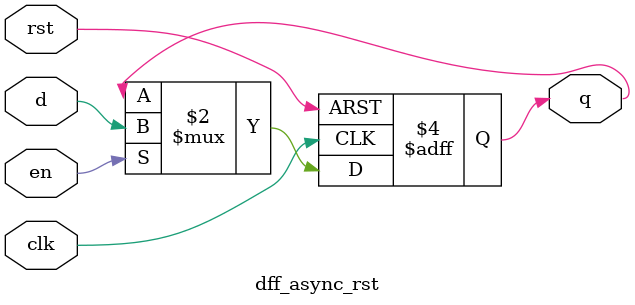
<source format=sv>
module dff_sync_rst #(parameter DWIDTH = 1) (
    input bit clk,
    input bit[DWIDTH-1:0] d,
    output bit[DWIDTH-1:0] q,
    input bit en,
    input bit rst
);

    always_ff @(posedge clk) begin
        if (rst) begin
            q <= 0;
        end else begin
            if (en) begin
                q <= d;  
            end
        end
    end 
endmodule

module dff_async_rst #(parameter DWIDTH = 1) (
    input bit clk,
    input bit[DWIDTH-1:0] d,
    output bit[DWIDTH-1:0] q,
    input bit en,
    input bit rst
);

    always_ff @(posedge clk, posedge rst) begin
        if (rst) begin
            q <= 0;
        end else begin 
            if (en) begin
                q <= d;
            end
        end
    end 
endmodule

</source>
